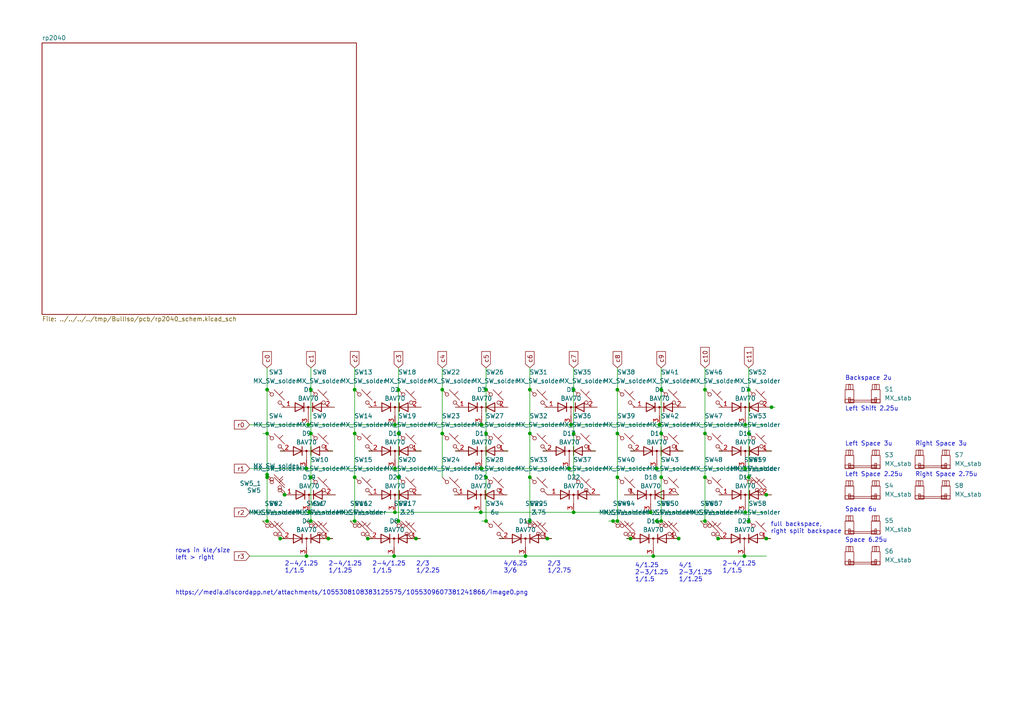
<source format=kicad_sch>
(kicad_sch (version 20230121) (generator eeschema)
  (paper "A4")
  (lib_symbols
    (symbol "Diode:BAV70" (pin_names (offset 0.762) hide)
      (property "Reference" "D" (at 0.635 -2.54 0))
      (property "Value" "BAV70" (at 0 2.54 0))
      (symbol "BAV70_0_1"
        (polyline (pts (xy -3.81 0) (xy 3.81 0)))
        (polyline (pts (xy 0 0) (xy 0 -2.54)))
        (polyline (pts (xy -1.27 -1.27) (xy -1.27 1.27) (xy -1.27 1.27)) (stroke (width 0.254)))
        (polyline (pts (xy 1.27 -1.27) (xy 1.27 1.27) (xy 1.27 1.27)) (stroke (width 0.254)))
        (polyline (pts (xy -3.81 1.27) (xy -1.27 0) (xy -3.81 -1.27) (xy -3.81 1.27) (xy -3.81 1.27) (xy -3.81 1.27)) (stroke (width 0.254)))
        (polyline (pts (xy 3.81 -1.27) (xy 1.27 0) (xy 3.81 1.27) (xy 3.81 -1.27) (xy 3.81 -1.27) (xy 3.81 -1.27)) (stroke (width 0.254)))
        (circle (center 0 0) (radius 0.254) (fill (type outline)))
        (pin passive line (at -7.62 0 0) (length 3.81) (name "A") (number "1"))
        (pin passive line (at 7.62 0 180) (length 3.81) (name "A") (number "2"))
        (pin passive line (at 0 -5.08 90) (length 2.54) (name "K") (number "3"))
      )
    )
    (symbol "marbastlib-mx:MX_SW_solder" (pin_numbers hide) (pin_names (offset 1.016) hide)
      (property "Reference" "SW" (at 3.048 1.016 0))
      (property "Value" "MX_SW_solder" (at 0 -3.81 0))
      (symbol "MX_SW_solder_0_1"
        (circle (center -1.1684 1.1684) (radius 0.508))
        (polyline (pts (xy -0.508 2.54) (xy 2.54 -0.508)))
        (polyline (pts (xy 1.016 1.016) (xy 2.032 2.032)))
        (polyline (pts (xy -2.54 2.54) (xy -1.524 1.524) (xy -1.524 1.524)))
        (polyline (pts (xy 1.524 -1.524) (xy 2.54 -2.54) (xy 2.54 -2.54) (xy 2.54 -2.54)))
        (circle (center 1.143 -1.1938) (radius 0.508))
        (pin passive line (at -2.54 2.54 0) (length 0) (name "1") (number "1"))
        (pin passive line (at 2.54 -2.54 180) (length 0) (name "2") (number "2"))
      )
    )
    (symbol "marbastlib-mx:MX_stab" (pin_names (offset 1.016))
      (property "Reference" "S" (at -5.08 6.35 0))
      (property "Value" "MX_stab" (at -5.08 3.81 0))
      (symbol "MX_stab_0_1"
        (rectangle (start -5.08 -1.524) (end -2.54 -2.54))
        (rectangle (start -5.08 1.27) (end -2.54 -2.54))
        (rectangle (start -4.826 2.794) (end -2.794 1.27))
        (rectangle (start -4.064 -2.286) (end -3.556 -1.016))
        (rectangle (start -4.064 -1.778) (end 4.064 -2.286))
        (rectangle (start -4.064 1.27) (end -3.556 2.794))
        (rectangle (start 2.54 -1.524) (end 5.08 -2.54))
        (rectangle (start 2.54 1.27) (end 5.08 -2.54))
        (rectangle (start 2.794 2.794) (end 4.826 1.27))
        (rectangle (start 3.556 1.27) (end 4.064 2.794))
        (rectangle (start 4.064 -2.286) (end 3.556 -1.016))
      )
    )
  )
  (junction (at 82.55 143.51))
  (junction (at 165.608 123.19))
  (junction (at 191.77 125.73))
  (junction (at 217.17 113.03))
  (junction (at 158.75 156.21))
  (junction (at 140.97 113.03))
  (junction (at 196.85 156.21))
  (junction (at 204.47 113.03))
  (junction (at 114.3 161.29))
  (junction (at 222.25 156.21))
  (junction (at 102.87 138.43))
  (junction (at 182.88 156.21))
  (junction (at 179.07 125.73))
  (junction (at 88.9 161.29))
  (junction (at 90.17 138.43))
  (junction (at 166.37 113.03))
  (junction (at 217.17 151.13))
  (junction (at 89.662 148.59))
  (junction (at 216.154 123.19))
  (junction (at 139.7 123.19))
  (junction (at 115.57 151.13))
  (junction (at 179.07 138.43))
  (junction (at 139.446 148.59))
  (junction (at 140.97 138.43))
  (junction (at 204.47 138.43))
  (junction (at 81.28 156.21))
  (junction (at 191.77 113.03))
  (junction (at 179.07 113.03))
  (junction (at 115.57 138.43))
  (junction (at 153.67 151.13))
  (junction (at 114.554 123.19))
  (junction (at 114.554 148.59))
  (junction (at 191.77 151.13))
  (junction (at 191.77 138.43))
  (junction (at 115.57 125.73))
  (junction (at 217.17 125.73))
  (junction (at 217.17 138.43))
  (junction (at 114.554 135.89))
  (junction (at 106.68 156.21))
  (junction (at 177.8 151.13))
  (junction (at 216.154 135.89))
  (junction (at 128.27 113.03))
  (junction (at 139.7 135.89))
  (junction (at 102.87 125.73))
  (junction (at 128.27 125.73))
  (junction (at 152.4 161.29))
  (junction (at 153.67 113.03))
  (junction (at 215.9 161.29))
  (junction (at 204.47 151.13))
  (junction (at 188.722 148.59))
  (junction (at 179.07 151.13))
  (junction (at 120.65 156.21))
  (junction (at 77.47 137.668))
  (junction (at 140.97 151.13))
  (junction (at 90.17 113.03))
  (junction (at 102.87 151.13))
  (junction (at 102.87 113.03))
  (junction (at 77.47 138.43))
  (junction (at 204.47 125.73))
  (junction (at 153.67 125.73))
  (junction (at 190.5 151.13))
  (junction (at 153.67 138.43))
  (junction (at 191.262 123.19))
  (junction (at 208.28 156.21))
  (junction (at 140.97 125.73))
  (junction (at 90.17 125.73))
  (junction (at 223.774 118.11))
  (junction (at 90.17 151.13))
  (junction (at 89.408 123.19))
  (junction (at 190.5 135.89))
  (junction (at 77.47 151.13))
  (junction (at 189.484 161.29))
  (junction (at 166.37 125.73))
  (junction (at 95.25 156.21))
  (junction (at 166.37 148.59))
  (junction (at 115.57 113.03))
  (junction (at 88.9 135.89))
  (junction (at 165.1 135.89))
  (junction (at 77.47 125.73))
  (junction (at 216.154 148.59))
  (junction (at 77.47 113.03))
  (junction (at 222.25 143.51))
  (wire (pts (xy 208.28 156.21) (xy 209.55 156.21)))
  (wire (pts (xy 157.48 130.81) (xy 158.75 130.81)))
  (wire (pts (xy 222.25 143.51) (xy 223.774 143.51)))
  (wire (pts (xy 106.934 130.81) (xy 107.95 130.81)))
  (wire (pts (xy 146.05 143.51) (xy 147.066 143.51)))
  (wire (pts (xy 196.85 156.21) (xy 197.104 156.21)))
  (wire (pts (xy 95.25 130.81) (xy 96.52 130.81)))
  (wire (pts (xy 208.534 118.11) (xy 209.55 118.11)))
  (wire (pts (xy 215.9 161.29) (xy 222.25 161.29)))
  (wire (pts (xy 153.67 113.03) (xy 153.67 125.73)))
  (wire (pts (xy 165.608 123.19) (xy 191.262 123.19)))
  (wire (pts (xy 204.47 138.43) (xy 204.47 151.13)))
  (wire (pts (xy 157.988 118.11) (xy 158.75 118.11)))
  (wire (pts (xy 215.9 151.13) (xy 217.17 151.13)))
  (wire (pts (xy 166.37 106.68) (xy 166.37 113.03)))
  (wire (pts (xy 220.98 143.51) (xy 222.25 143.51)))
  (wire (pts (xy 166.37 113.03) (xy 166.37 125.73)))
  (wire (pts (xy 139.446 148.59) (xy 166.37 148.59)))
  (wire (pts (xy 171.45 143.51) (xy 173.99 143.51)))
  (wire (pts (xy 165.1 135.89) (xy 190.5 135.89)))
  (wire (pts (xy 88.9 151.13) (xy 90.17 151.13)))
  (wire (pts (xy 203.2 151.13) (xy 204.47 151.13)))
  (wire (pts (xy 152.4 151.13) (xy 153.67 151.13)))
  (wire (pts (xy 146.05 130.81) (xy 147.32 130.81)))
  (wire (pts (xy 216.154 148.59) (xy 222.25 148.59)))
  (wire (pts (xy 189.484 161.29) (xy 215.9 161.29)))
  (wire (pts (xy 208.534 130.81) (xy 209.55 130.81)))
  (wire (pts (xy 204.47 106.68) (xy 204.47 113.03)))
  (wire (pts (xy 132.08 118.11) (xy 133.35 118.11)))
  (wire (pts (xy 189.23 151.13) (xy 190.5 151.13)))
  (wire (pts (xy 222.25 118.11) (xy 223.774 118.11)))
  (wire (pts (xy 188.722 148.59) (xy 216.154 148.59)))
  (wire (pts (xy 90.17 138.43) (xy 90.17 151.13)))
  (wire (pts (xy 90.17 106.68) (xy 90.17 113.03)))
  (wire (pts (xy 190.5 135.89) (xy 216.154 135.89)))
  (wire (pts (xy 114.554 135.89) (xy 139.7 135.89)))
  (wire (pts (xy 90.17 113.03) (xy 90.17 125.73)))
  (wire (pts (xy 114.3 151.13) (xy 115.57 151.13)))
  (wire (pts (xy 179.07 106.68) (xy 179.07 113.03)))
  (wire (pts (xy 120.65 130.81) (xy 122.174 130.81)))
  (wire (pts (xy 95.25 143.51) (xy 97.282 143.51)))
  (wire (pts (xy 77.47 138.43) (xy 77.47 151.13)))
  (wire (pts (xy 95.25 156.21) (xy 96.52 156.21)))
  (wire (pts (xy 204.47 125.73) (xy 204.47 138.43)))
  (wire (pts (xy 102.87 106.68) (xy 102.87 113.03)))
  (wire (pts (xy 158.75 156.21) (xy 160.02 156.21)))
  (wire (pts (xy 179.07 125.73) (xy 179.07 138.43)))
  (wire (pts (xy 114.3 161.29) (xy 152.4 161.29)))
  (wire (pts (xy 106.934 118.11) (xy 107.95 118.11)))
  (wire (pts (xy 106.934 143.51) (xy 107.95 143.51)))
  (wire (pts (xy 208.534 143.51) (xy 209.55 143.51)))
  (wire (pts (xy 128.27 125.73) (xy 128.27 138.43)))
  (wire (pts (xy 140.97 106.68) (xy 140.97 113.03)))
  (wire (pts (xy 216.154 135.89) (xy 222.25 135.89)))
  (wire (pts (xy 183.642 118.11) (xy 184.15 118.11)))
  (wire (pts (xy 88.9 135.89) (xy 114.554 135.89)))
  (wire (pts (xy 222.25 156.21) (xy 223.52 156.21)))
  (wire (pts (xy 171.45 130.81) (xy 172.72 130.81)))
  (wire (pts (xy 102.87 125.73) (xy 102.87 138.43)))
  (wire (pts (xy 102.87 138.43) (xy 102.87 151.13)))
  (wire (pts (xy 196.85 118.11) (xy 198.882 118.11)))
  (wire (pts (xy 89.408 123.19) (xy 114.554 123.19)))
  (wire (pts (xy 153.67 138.43) (xy 153.67 151.13)))
  (wire (pts (xy 81.28 156.21) (xy 82.55 156.21)))
  (wire (pts (xy 196.342 143.51) (xy 196.85 143.51)))
  (wire (pts (xy 217.17 138.43) (xy 217.17 151.13)))
  (wire (pts (xy 72.39 123.19) (xy 89.408 123.19)))
  (wire (pts (xy 157.48 156.21) (xy 158.75 156.21)))
  (wire (pts (xy 115.57 125.73) (xy 115.57 138.43)))
  (wire (pts (xy 128.27 113.03) (xy 128.27 125.73)))
  (wire (pts (xy 196.85 130.81) (xy 198.12 130.81)))
  (wire (pts (xy 102.87 113.03) (xy 102.87 125.73)))
  (wire (pts (xy 115.57 106.68) (xy 115.57 113.03)))
  (wire (pts (xy 88.9 161.29) (xy 114.3 161.29)))
  (wire (pts (xy 181.61 156.21) (xy 182.88 156.21)))
  (wire (pts (xy 115.57 113.03) (xy 115.57 125.73)))
  (wire (pts (xy 82.55 142.748) (xy 82.55 143.51)))
  (wire (pts (xy 72.39 135.89) (xy 88.9 135.89)))
  (wire (pts (xy 90.17 125.73) (xy 90.17 138.43)))
  (wire (pts (xy 139.7 151.13) (xy 140.97 151.13)))
  (wire (pts (xy 139.7 135.89) (xy 165.1 135.89)))
  (wire (pts (xy 114.554 148.59) (xy 139.446 148.59)))
  (wire (pts (xy 215.9 138.43) (xy 217.17 138.43)))
  (wire (pts (xy 182.88 156.21) (xy 184.15 156.21)))
  (wire (pts (xy 190.5 151.13) (xy 191.77 151.13)))
  (wire (pts (xy 217.17 125.73) (xy 217.17 138.43)))
  (wire (pts (xy 191.77 113.03) (xy 191.77 125.73)))
  (wire (pts (xy 89.662 148.59) (xy 114.554 148.59)))
  (wire (pts (xy 176.53 151.13) (xy 177.8 151.13)))
  (wire (pts (xy 182.88 130.81) (xy 184.15 130.81)))
  (wire (pts (xy 171.45 118.11) (xy 173.228 118.11)))
  (wire (pts (xy 140.97 113.03) (xy 140.97 125.73)))
  (wire (pts (xy 95.25 118.11) (xy 97.028 118.11)))
  (wire (pts (xy 114.554 123.19) (xy 139.7 123.19)))
  (wire (pts (xy 81.28 130.81) (xy 82.55 130.81)))
  (wire (pts (xy 191.262 123.19) (xy 216.154 123.19)))
  (wire (pts (xy 216.154 123.19) (xy 222.25 123.19)))
  (wire (pts (xy 101.6 151.13) (xy 102.87 151.13)))
  (wire (pts (xy 81.788 118.11) (xy 82.55 118.11)))
  (wire (pts (xy 139.7 123.19) (xy 165.608 123.19)))
  (wire (pts (xy 72.39 161.29) (xy 88.9 161.29)))
  (wire (pts (xy 128.27 106.68) (xy 128.27 113.03)))
  (wire (pts (xy 72.39 148.59) (xy 89.662 148.59)))
  (wire (pts (xy 204.47 113.03) (xy 204.47 125.73)))
  (wire (pts (xy 82.042 143.51) (xy 82.55 143.51)))
  (wire (pts (xy 195.58 156.21) (xy 196.85 156.21)))
  (wire (pts (xy 120.65 156.21) (xy 121.92 156.21)))
  (wire (pts (xy 179.07 138.43) (xy 179.07 151.13)))
  (wire (pts (xy 106.68 156.21) (xy 107.95 156.21)))
  (wire (pts (xy 132.08 130.81) (xy 133.35 130.81)))
  (wire (pts (xy 140.97 125.73) (xy 140.97 138.43)))
  (wire (pts (xy 191.77 138.43) (xy 191.77 151.13)))
  (wire (pts (xy 223.774 118.11) (xy 224.79 118.11)))
  (wire (pts (xy 153.67 106.68) (xy 153.67 113.03)))
  (wire (pts (xy 93.98 156.21) (xy 95.25 156.21)))
  (wire (pts (xy 217.17 113.03) (xy 217.17 125.73)))
  (wire (pts (xy 166.37 148.59) (xy 188.722 148.59)))
  (wire (pts (xy 166.37 125.73) (xy 166.37 138.43)))
  (wire (pts (xy 191.77 125.73) (xy 191.77 138.43)))
  (wire (pts (xy 140.97 138.43) (xy 140.97 151.13)))
  (wire (pts (xy 177.8 151.13) (xy 179.07 151.13)))
  (wire (pts (xy 119.38 156.21) (xy 120.65 156.21)))
  (wire (pts (xy 146.05 118.11) (xy 147.32 118.11)))
  (wire (pts (xy 222.25 130.81) (xy 223.774 130.81)))
  (wire (pts (xy 120.65 143.51) (xy 122.174 143.51)))
  (wire (pts (xy 76.2 151.13) (xy 77.47 151.13)))
  (wire (pts (xy 181.102 143.51) (xy 184.15 143.51)))
  (wire (pts (xy 131.826 143.51) (xy 133.35 143.51)))
  (wire (pts (xy 120.65 118.11) (xy 122.174 118.11)))
  (wire (pts (xy 191.77 106.68) (xy 191.77 113.03)))
  (wire (pts (xy 217.17 106.68) (xy 217.17 113.03)))
  (wire (pts (xy 77.47 137.668) (xy 77.47 138.43)))
  (wire (pts (xy 115.57 138.43) (xy 115.57 151.13)))
  (wire (pts (xy 77.47 125.73) (xy 77.47 137.668)))
  (wire (pts (xy 152.4 161.29) (xy 189.484 161.29)))
  (wire (pts (xy 77.47 113.03) (xy 77.47 125.73)))
  (wire (pts (xy 144.78 156.21) (xy 146.05 156.21)))
  (wire (pts (xy 153.67 125.73) (xy 153.67 138.43)))
  (wire (pts (xy 179.07 113.03) (xy 179.07 125.73)))
  (wire (pts (xy 76.2 125.73) (xy 77.47 125.73)))
  (wire (pts (xy 220.98 156.21) (xy 222.25 156.21)))
  (wire (pts (xy 77.47 106.68) (xy 77.47 113.03)))
  (text "Backspace 2u\n" (at 245.11 110.49 0) (effects (font (size 1.27 1.27)) (justify left bottom)))
  (text "https://media.discordapp.net/attachments/1055308108383125575/1055309607381241866/image0.png" (at 50.8 172.72 0) (effects (font (size 1.27 1.27)) (justify left bottom)))
  (text "2-4/1.25\n1/1.5" (at 209.55 166.37 0) (effects (font (size 1.27 1.27)) (justify left bottom)))
  (text "Left Space 3u" (at 245.11 129.54 0) (effects (font (size 1.27 1.27)) (justify left bottom)))
  (text "2-4/1.25\n1/1.5" (at 107.95 166.37 0) (effects (font (size 1.27 1.27)) (justify left bottom)))
  (text "4/1.25\n2-3/1.25\n1/1.5" (at 184.15 168.91 0) (effects (font (size 1.27 1.27)) (justify left bottom)))
  (text "full backspace, \nright split backspace" (at 223.52 154.94 0) (effects (font (size 1.27 1.27)) (justify left bottom)))
  (text "2-4/1.25\n1/1.25" (at 95.25 166.37 0) (effects (font (size 1.27 1.27)) (justify left bottom)))
  (text "2/3\n1/2.75" (at 158.75 166.37 0) (effects (font (size 1.27 1.27)) (justify left bottom)))
  (text "rows in kle/size\nleft > right" (at 50.8 162.56 0) (effects (font (size 1.27 1.27)) (justify left bottom)))
  (text "Right Space 3u\n" (at 265.43 129.54 0) (effects (font (size 1.27 1.27)) (justify left bottom)))
  (text "Space 6.25u" (at 245.11 157.48 0) (effects (font (size 1.27 1.27)) (justify left bottom)))
  (text "2/3\n1/2.25" (at 120.65 166.37 0) (effects (font (size 1.27 1.27)) (justify left bottom)))
  (text "4/1\n2-3/1.25\n1/1.25" (at 196.85 168.91 0) (effects (font (size 1.27 1.27)) (justify left bottom)))
  (text "Space 6u" (at 245.11 148.59 0) (effects (font (size 1.27 1.27)) (justify left bottom)))
  (text "Left Shift 2.25u\n" (at 245.11 119.38 0) (effects (font (size 1.27 1.27)) (justify left bottom)))
  (text "4/6.25\n3/6\n" (at 146.05 166.37 0) (effects (font (size 1.27 1.27)) (justify left bottom)))
  (text "2-4/1.25\n1/1.5" (at 82.55 166.37 0) (effects (font (size 1.27 1.27)) (justify left bottom)))
  (text "Right Space 2.75u\n" (at 265.43 138.43 0) (effects (font (size 1.27 1.27)) (justify left bottom)))
  (text "Left Space 2.25u\n" (at 245.11 138.43 0) (effects (font (size 1.27 1.27)) (justify left bottom)))
  (global_label "c7" (shape input) (at 166.37 106.68 90) (property "Intersheetrefs" "${INTERSHEET_REFS}" (effects hide)))
  (global_label "r1" (shape input) (at 72.39 135.89 180) (property "Intersheetrefs" "${INTERSHEET_REFS}" (effects hide)))
  (global_label "c1" (shape input) (at 90.17 106.68 90) (property "Intersheetrefs" "${INTERSHEET_REFS}" (effects hide)))
  (global_label "c0" (shape input) (at 77.47 106.68 90) (property "Intersheetrefs" "${INTERSHEET_REFS}" (effects hide)))
  (global_label "r2" (shape input) (at 72.39 148.59 180) (property "Intersheetrefs" "${INTERSHEET_REFS}" (effects hide)))
  (global_label "c3" (shape input) (at 115.57 106.68 90) (property "Intersheetrefs" "${INTERSHEET_REFS}" (effects hide)))
  (global_label "c10" (shape input) (at 204.47 106.68 90) (property "Intersheetrefs" "${INTERSHEET_REFS}" (effects hide)))
  (global_label "c2" (shape input) (at 102.87 106.68 90) (property "Intersheetrefs" "${INTERSHEET_REFS}" (effects hide)))
  (global_label "r3" (shape input) (at 72.39 161.29 180) (property "Intersheetrefs" "${INTERSHEET_REFS}" (effects hide)))
  (global_label "c11" (shape input) (at 217.17 106.68 90) (property "Intersheetrefs" "${INTERSHEET_REFS}" (effects hide)))
  (global_label "c4" (shape input) (at 128.27 106.68 90) (property "Intersheetrefs" "${INTERSHEET_REFS}" (effects hide)))
  (global_label "c9" (shape input) (at 191.77 106.68 90) (property "Intersheetrefs" "${INTERSHEET_REFS}" (effects hide)))
  (global_label "c5" (shape input) (at 140.97 106.68 90) (property "Intersheetrefs" "${INTERSHEET_REFS}" (effects hide)))
  (global_label "c8" (shape input) (at 179.07 106.68 90) (property "Intersheetrefs" "${INTERSHEET_REFS}" (effects hide)))
  (global_label "c6" (shape input) (at 153.67 106.68 90) (property "Intersheetrefs" "${INTERSHEET_REFS}" (effects hide)))
  (global_label "r0" (shape input) (at 72.39 123.19 180) (property "Intersheetrefs" "${INTERSHEET_REFS}" (effects hide)))
  (symbol (lib_id "Diode:BAV70") (at 89.408 118.11 0) (unit 1)
    (property "Reference" "D1" (at 89.408 113.03 0))
    (property "Value" "BAV70" (at 89.408 115.57 0))
    (property "Footprint" "Package_TO_SOT_SMD:SOT-23" (effects hide))
    (property "Datasheet" "https://assets.nexperia.com/documents/data-sheet/BAV70_SER.pdf" (effects hide))
    (property "LCSC" "C68978" (effects hide))
  )
  (symbol (lib_id "marbastlib-mx:MX_SW_solder") (at 92.71 153.67 0) (unit 1)
    (property "Reference" "SW7" (at 92.71 146.05 0))
    (property "Value" "MX_SW_solder" (at 92.71 148.59 0))
    (property "Footprint" "marbastlib-mx:SW_MX_1u" (effects hide))
  )
  (symbol (lib_id "marbastlib-mx:MX_stab") (at 270.51 133.35 0) (unit 1)
    (property "Reference" "S7" (at 276.86 131.9529 0) (effects (justify left)))
    (property "Value" "MX_stab" (at 276.86 134.4929 0) (effects (justify left)))
    (property "Footprint" "marbastlib-mx:STAB_MX_P_3u" (effects hide))
  )
  (symbol (lib_id "marbastlib-mx:MX_SW_solder") (at 92.71 140.97 0) (unit 1)
    (property "Reference" "SW10" (at 92.71 133.35 0))
    (property "Value" "MX_SW_solder" (at 92.71 135.89 0))
    (property "Footprint" "marbastlib-mx:SW_MX_1u" (effects hide))
  )
  (symbol (lib_id "Diode:BAV70") (at 89.662 143.51 0) (unit 1)
    (property "Reference" "D19" (at 89.662 138.43 0))
    (property "Value" "BAV70" (at 89.662 140.97 0))
    (property "Footprint" "Package_TO_SOT_SMD:SOT-23" (effects hide))
    (property "Datasheet" "https://assets.nexperia.com/documents/data-sheet/BAV70_SER.pdf" (effects hide))
    (property "LCSC" "C68978" (effects hide))
  )
  (symbol (lib_id "Diode:BAV70") (at 188.722 143.51 0) (unit 1)
    (property "Reference" "D18" (at 188.722 138.43 0))
    (property "Value" "BAV70" (at 188.722 140.97 0))
    (property "Footprint" "Package_TO_SOT_SMD:SOT-23" (effects hide))
    (property "Datasheet" "https://assets.nexperia.com/documents/data-sheet/BAV70_SER.pdf" (effects hide))
    (property "LCSC" "C68978" (effects hide))
  )
  (symbol (lib_id "marbastlib-mx:MX_SW_solder") (at 80.01 140.208 0) (unit 1)
    (property "Reference" "SW5_1" (at 72.644 140.208 0))
    (property "Value" "MX_SW_solder" (at 80.01 135.128 0))
    (property "Footprint" "marbastlib-mx:SW_MX_1u" (effects hide))
  )
  (symbol (lib_id "marbastlib-mx:MX_SW_solder") (at 80.01 115.57 0) (unit 1)
    (property "Reference" "SW3" (at 80.01 107.95 0))
    (property "Value" "MX_SW_solder" (at 80.01 110.49 0))
    (property "Footprint" "marbastlib-mx:SW_MX_1u" (effects hide))
  )
  (symbol (lib_id "marbastlib-mx:MX_SW_solder") (at 218.44 140.97 0) (unit 1)
    (property "Reference" "SW61" (at 218.44 133.35 0))
    (property "Value" "MX_SW_solder" (at 218.44 135.89 0))
    (property "Footprint" "marbastlib-mx:SW_MX_1u" (effects hide))
  )
  (symbol (lib_id "marbastlib-mx:MX_SW_solder") (at 143.51 115.57 0) (unit 1)
    (property "Reference" "SW26" (at 143.51 107.95 0))
    (property "Value" "MX_SW_solder" (at 143.51 110.49 0))
    (property "Footprint" "marbastlib-mx:SW_MX_1u" (effects hide))
  )
  (symbol (lib_id "Diode:BAV70") (at 165.608 118.11 0) (unit 1)
    (property "Reference" "D5" (at 165.608 113.03 0))
    (property "Value" "BAV70" (at 165.608 115.57 0))
    (property "Footprint" "Package_TO_SOT_SMD:SOT-23" (effects hide))
    (property "Datasheet" "https://assets.nexperia.com/documents/data-sheet/BAV70_SER.pdf" (effects hide))
    (property "LCSC" "C68978" (effects hide))
  )
  (symbol (lib_id "marbastlib-mx:MX_stab") (at 250.19 114.3 0) (unit 1)
    (property "Reference" "S1" (at 256.54 112.9029 0) (effects (justify left)))
    (property "Value" "MX_stab" (at 256.54 115.4429 0) (effects (justify left)))
    (property "Footprint" "marbastlib-mx:STAB_MX_P_2u" (effects hide))
  )
  (symbol (lib_id "marbastlib-mx:MX_SW_solder") (at 194.31 128.27 0) (unit 1)
    (property "Reference" "SW42" (at 194.31 120.65 0))
    (property "Value" "MX_SW_solder" (at 194.31 123.19 0))
    (property "Footprint" "marbastlib-mx:SW_MX_1u" (effects hide))
  )
  (symbol (lib_id "marbastlib-mx:MX_SW_solder") (at 105.41 115.57 0) (unit 1)
    (property "Reference" "SW13" (at 105.41 107.95 0))
    (property "Value" "MX_SW_solder" (at 105.41 110.49 0))
    (property "Footprint" "marbastlib-mx:SW_MX_1u" (effects hide))
  )
  (symbol (lib_id "Diode:BAV70") (at 191.262 118.11 0) (unit 1)
    (property "Reference" "D6" (at 191.262 113.03 0))
    (property "Value" "BAV70" (at 191.262 115.57 0))
    (property "Footprint" "Package_TO_SOT_SMD:SOT-23" (effects hide))
    (property "Datasheet" "https://assets.nexperia.com/documents/data-sheet/BAV70_SER.pdf" (effects hide))
    (property "LCSC" "C68978" (effects hide))
  )
  (symbol (lib_id "marbastlib-mx:MX_SW_solder") (at 181.61 140.97 0) (unit 1)
    (property "Reference" "SW40" (at 181.61 133.35 0))
    (property "Value" "MX_SW_solder" (at 181.61 135.89 0))
    (property "Footprint" "marbastlib-mx:SW_MX_1u" (effects hide))
  )
  (symbol (lib_id "marbastlib-mx:MX_SW_solder") (at 80.01 128.27 0) (unit 1)
    (property "Reference" "SW4" (at 80.01 120.65 0))
    (property "Value" "MX_SW_solder" (at 80.01 123.19 0))
    (property "Footprint" "marbastlib-mx:SW_MX_1u" (effects hide))
  )
  (symbol (lib_id "marbastlib-mx:MX_SW_solder") (at 105.41 128.27 0) (unit 1)
    (property "Reference" "SW14" (at 105.41 120.65 0))
    (property "Value" "MX_SW_solder" (at 105.41 123.19 0))
    (property "Footprint" "marbastlib-mx:SW_MX_1u" (effects hide))
  )
  (symbol (lib_id "Diode:BAV70") (at 114.554 130.81 0) (mirror y) (unit 1)
    (property "Reference" "D10" (at 114.554 125.73 0))
    (property "Value" "BAV70" (at 114.554 128.27 0))
    (property "Footprint" "Package_TO_SOT_SMD:SOT-23" (effects hide))
    (property "Datasheet" "https://assets.nexperia.com/documents/data-sheet/BAV70_SER.pdf" (effects hide))
    (property "LCSC" "C68978" (effects hide))
  )
  (symbol (lib_id "Diode:BAV70") (at 114.3 156.21 0) (mirror y) (unit 1)
    (property "Reference" "D8" (at 114.3 151.13 0))
    (property "Value" "BAV70" (at 114.3 153.67 0))
    (property "Footprint" "Package_TO_SOT_SMD:SOT-23" (effects hide))
    (property "Datasheet" "https://assets.nexperia.com/documents/data-sheet/BAV70_SER.pdf" (effects hide))
    (property "LCSC" "C68978" (effects hide))
  )
  (symbol (lib_id "marbastlib-mx:MX_stab") (at 250.19 161.29 0) (unit 1)
    (property "Reference" "S6" (at 256.54 159.8929 0) (effects (justify left)))
    (property "Value" "MX_stab" (at 256.54 162.4329 0) (effects (justify left)))
    (property "Footprint" "marbastlib-mx:STAB_MX_6.25u" (effects hide))
  )
  (symbol (lib_id "marbastlib-mx:MX_SW_solder") (at 180.34 153.67 0) (unit 1)
    (property "Reference" "SW49" (at 180.34 146.05 0))
    (property "Value" "MX_SW_solder" (at 180.34 148.59 0))
    (property "Footprint" "marbastlib-mx:SW_MX_1u" (effects hide))
  )
  (symbol (lib_id "Diode:BAV70") (at 139.7 118.11 0) (unit 1)
    (property "Reference" "D3" (at 139.7 113.03 0))
    (property "Value" "BAV70" (at 139.7 115.57 0))
    (property "Footprint" "Package_TO_SOT_SMD:SOT-23" (effects hide))
    (property "Datasheet" "https://assets.nexperia.com/documents/data-sheet/BAV70_SER.pdf" (effects hide))
    (property "LCSC" "C68978" (effects hide))
  )
  (symbol (lib_id "marbastlib-mx:MX_SW_solder") (at 78.74 153.67 0) (unit 1)
    (property "Reference" "SW6" (at 78.74 146.05 0))
    (property "Value" "MX_SW_solder" (at 78.74 148.59 0))
    (property "Footprint" "marbastlib-mx:SW_MX_1u" (effects hide))
  )
  (symbol (lib_id "marbastlib-mx:MX_SW_solder") (at 130.81 115.57 0) (unit 1)
    (property "Reference" "SW22" (at 130.81 107.95 0))
    (property "Value" "MX_SW_solder" (at 130.81 110.49 0))
    (property "Footprint" "marbastlib-mx:SW_MX_1u" (effects hide))
  )
  (symbol (lib_id "Diode:BAV70") (at 88.9 130.81 0) (mirror y) (unit 1)
    (property "Reference" "D9" (at 88.9 125.73 0))
    (property "Value" "BAV70" (at 88.9 128.27 0))
    (property "Footprint" "Package_TO_SOT_SMD:SOT-23" (effects hide))
    (property "Datasheet" "https://assets.nexperia.com/documents/data-sheet/BAV70_SER.pdf" (effects hide))
    (property "LCSC" "C68978" (effects hide))
  )
  (symbol (lib_id "marbastlib-mx:MX_SW_solder") (at 219.71 128.27 0) (unit 1)
    (property "Reference" "SW53" (at 219.71 120.65 0))
    (property "Value" "MX_SW_solder" (at 219.71 123.19 0))
    (property "Footprint" "marbastlib-mx:SW_MX_1u" (effects hide))
  )
  (symbol (lib_id "Diode:BAV70") (at 166.37 143.51 0) (unit 1)
    (property "Reference" "D22" (at 166.37 138.43 0))
    (property "Value" "BAV70" (at 166.37 140.97 0))
    (property "Footprint" "Package_TO_SOT_SMD:SOT-23" (effects hide))
    (property "Datasheet" "https://assets.nexperia.com/documents/data-sheet/BAV70_SER.pdf" (effects hide))
    (property "LCSC" "C68978" (effects hide))
  )
  (symbol (lib_id "marbastlib-mx:MX_SW_solder") (at 118.11 115.57 0) (unit 1)
    (property "Reference" "SW18" (at 118.11 107.95 0))
    (property "Value" "MX_SW_solder" (at 118.11 110.49 0))
    (property "Footprint" "marbastlib-mx:SW_MX_1u" (effects hide))
  )
  (symbol (lib_id "marbastlib-mx:MX_SW_solder") (at 105.41 153.67 0) (unit 1)
    (property "Reference" "SW12" (at 105.41 146.05 0))
    (property "Value" "MX_SW_solder" (at 105.41 148.59 0))
    (property "Footprint" "marbastlib-mx:SW_MX_1u" (effects hide))
  )
  (symbol (lib_id "marbastlib-mx:MX_SW_solder") (at 80.01 153.67 0) (unit 1)
    (property "Reference" "SW2" (at 80.01 146.05 0))
    (property "Value" "MX_SW_solder" (at 80.01 148.59 0))
    (property "Footprint" "marbastlib-mx:SW_MX_1u" (effects hide))
  )
  (symbol (lib_id "marbastlib-mx:MX_SW_solder") (at 116.84 153.67 0) (unit 1)
    (property "Reference" "SW21" (at 116.84 146.05 0))
    (property "Value" "3" (at 116.84 148.59 0))
    (property "Footprint" "marbastlib-mx:SW_MX_1u" (effects hide))
  )
  (symbol (lib_id "marbastlib-mx:MX_SW_solder") (at 143.51 140.97 0) (unit 1)
    (property "Reference" "SW28" (at 143.51 133.35 0))
    (property "Value" "MX_SW_solder" (at 143.51 135.89 0))
    (property "Footprint" "marbastlib-mx:SW_MX_1u" (effects hide))
  )
  (symbol (lib_id "marbastlib-mx:MX_SW_solder") (at 92.71 128.27 0) (unit 1)
    (property "Reference" "SW9" (at 92.71 120.65 0))
    (property "Value" "MX_SW_solder" (at 92.71 123.19 0))
    (property "Footprint" "marbastlib-mx:SW_MX_1u" (effects hide))
  )
  (symbol (lib_id "marbastlib-mx:MX_SW_solder") (at 118.11 140.97 0) (unit 1)
    (property "Reference" "SW20" (at 118.11 133.35 0))
    (property "Value" "MX_SW_solder" (at 118.11 135.89 0))
    (property "Footprint" "marbastlib-mx:SW_MX_1u" (effects hide))
  )
  (symbol (lib_id "Diode:BAV70") (at 114.554 118.11 0) (unit 1)
    (property "Reference" "D2" (at 114.554 113.03 0))
    (property "Value" "BAV70" (at 114.554 115.57 0))
    (property "Footprint" "Package_TO_SOT_SMD:SOT-23" (effects hide))
    (property "Datasheet" "https://assets.nexperia.com/documents/data-sheet/BAV70_SER.pdf" (effects hide))
    (property "LCSC" "C68978" (effects hide))
  )
  (symbol (lib_id "marbastlib-mx:MX_SW_solder") (at 156.21 115.57 0) (unit 1)
    (property "Reference" "SW31" (at 156.21 107.95 0))
    (property "Value" "MX_SW_solder" (at 156.21 110.49 0))
    (property "Footprint" "marbastlib-mx:SW_MX_1u" (effects hide))
  )
  (symbol (lib_id "marbastlib-mx:MX_SW_solder") (at 207.01 115.57 0) (unit 1)
    (property "Reference" "SW46" (at 207.01 107.95 0))
    (property "Value" "MX_SW_solder" (at 207.01 110.49 0))
    (property "Footprint" "marbastlib-mx:SW_MX_1u" (effects hide))
  )
  (symbol (lib_id "marbastlib-mx:MX_SW_solder") (at 156.21 153.67 0) (unit 1)
    (property "Reference" "SW25" (at 156.21 146.05 0))
    (property "Value" "2.75" (at 156.21 148.59 0))
    (property "Footprint" "marbastlib-mx:SW_MX_1u" (effects hide))
  )
  (symbol (lib_id "marbastlib-mx:MX_SW_solder") (at 105.41 140.97 0) (unit 1)
    (property "Reference" "SW15" (at 105.41 133.35 0))
    (property "Value" "MX_SW_solder" (at 105.41 135.89 0))
    (property "Footprint" "marbastlib-mx:SW_MX_1u" (effects hide))
  )
  (symbol (lib_id "marbastlib-mx:MX_SW_solder") (at 219.71 140.97 0) (unit 1)
    (property "Reference" "SW59" (at 219.71 133.35 0))
    (property "Value" "MX_SW_solder" (at 219.71 135.89 0))
    (property "Footprint" "marbastlib-mx:SW_MX_1u" (effects hide))
  )
  (symbol (lib_id "Diode:BAV70") (at 216.154 143.51 0) (unit 1)
    (property "Reference" "D17" (at 216.154 138.43 0))
    (property "Value" "BAV70" (at 216.154 140.97 0))
    (property "Footprint" "Package_TO_SOT_SMD:SOT-23" (effects hide))
    (property "Datasheet" "https://assets.nexperia.com/documents/data-sheet/BAV70_SER.pdf" (effects hide))
    (property "LCSC" "C68978" (effects hide))
  )
  (symbol (lib_id "marbastlib-mx:MX_SW_solder") (at 219.71 115.57 0) (unit 1)
    (property "Reference" "SW52" (at 219.71 107.95 0))
    (property "Value" "MX_SW_solder" (at 219.71 110.49 0))
    (property "Footprint" "marbastlib-mx:SW_MX_1u" (effects hide))
  )
  (symbol (lib_id "Diode:BAV70") (at 215.9 156.21 0) (mirror y) (unit 1)
    (property "Reference" "D23" (at 215.9 151.13 0))
    (property "Value" "BAV70" (at 215.9 153.67 0))
    (property "Footprint" "Package_TO_SOT_SMD:SOT-23" (effects hide))
    (property "Datasheet" "https://assets.nexperia.com/documents/data-sheet/BAV70_SER.pdf" (effects hide))
    (property "LCSC" "C68978" (effects hide))
  )
  (symbol (lib_id "Diode:BAV70") (at 165.1 130.81 0) (mirror y) (unit 1)
    (property "Reference" "D13" (at 165.1 125.73 0))
    (property "Value" "BAV70" (at 165.1 128.27 0))
    (property "Footprint" "Package_TO_SOT_SMD:SOT-23" (effects hide))
    (property "Datasheet" "https://assets.nexperia.com/documents/data-sheet/BAV70_SER.pdf" (effects hide))
    (property "LCSC" "C68978" (effects hide))
  )
  (symbol (lib_id "marbastlib-mx:MX_SW_solder") (at 194.31 140.97 0) (unit 1)
    (property "Reference" "SW43" (at 194.31 133.35 0))
    (property "Value" "MX_SW_solder" (at 194.31 135.89 0))
    (property "Footprint" "marbastlib-mx:SW_MX_1u" (effects hide))
  )
  (symbol (lib_id "marbastlib-mx:MX_SW_solder") (at 207.01 128.27 0) (unit 1)
    (property "Reference" "SW47" (at 207.01 120.65 0))
    (property "Value" "MX_SW_solder" (at 207.01 123.19 0))
    (property "Footprint" "marbastlib-mx:SW_MX_1u" (effects hide))
  )
  (symbol (lib_id "marbastlib-mx:MX_SW_solder") (at 118.11 128.27 0) (unit 1)
    (property "Reference" "SW19" (at 118.11 120.65 0))
    (property "Value" "MX_SW_solder" (at 118.11 123.19 0))
    (property "Footprint" "marbastlib-mx:SW_MX_1u" (effects hide))
  )
  (symbol (lib_id "marbastlib-mx:MX_SW_solder") (at 130.81 128.27 0) (unit 1)
    (property "Reference" "SW23" (at 130.81 120.65 0))
    (property "Value" "MX_SW_solder" (at 130.81 123.19 0))
    (property "Footprint" "marbastlib-mx:SW_MX_1u" (effects hide))
  )
  (symbol (lib_id "Diode:BAV70") (at 139.7 130.81 0) (mirror y) (unit 1)
    (property "Reference" "D11" (at 139.7 125.73 0))
    (property "Value" "BAV70" (at 139.7 128.27 0))
    (property "Footprint" "Package_TO_SOT_SMD:SOT-23" (effects hide))
    (property "Datasheet" "https://assets.nexperia.com/documents/data-sheet/BAV70_SER.pdf" (effects hide))
    (property "LCSC" "C68978" (effects hide))
  )
  (symbol (lib_id "marbastlib-mx:MX_SW_solder") (at 207.01 140.97 0) (unit 1)
    (property "Reference" "SW48" (at 207.01 133.35 0))
    (property "Value" "MX_SW_solder" (at 207.01 135.89 0))
    (property "Footprint" "marbastlib-mx:SW_MX_1u" (effects hide))
  )
  (symbol (lib_id "marbastlib-mx:MX_SW_solder") (at 92.71 115.57 0) (unit 1)
    (property "Reference" "SW8" (at 92.71 107.95 0))
    (property "Value" "MX_SW_solder" (at 92.71 110.49 0))
    (property "Footprint" "marbastlib-mx:SW_MX_1u" (effects hide))
  )
  (symbol (lib_id "marbastlib-mx:MX_SW_solder") (at 154.94 153.67 0) (unit 1)
    (property "Reference" "SW29" (at 154.94 146.05 0))
    (property "Value" "3" (at 154.94 148.59 0))
    (property "Footprint" "marbastlib-mx:SW_MX_1u" (effects hide))
  )
  (symbol (lib_id "marbastlib-mx:MX_stab") (at 250.19 152.4 0) (unit 1)
    (property "Reference" "S5" (at 256.54 151.0029 0) (effects (justify left)))
    (property "Value" "MX_stab" (at 256.54 153.5429 0) (effects (justify left)))
    (property "Footprint" "marbastlib-mx:STAB_MX_6u" (effects hide))
  )
  (symbol (lib_id "marbastlib-mx:MX_SW_solder") (at 156.21 128.27 0) (unit 1)
    (property "Reference" "SW32" (at 156.21 120.65 0))
    (property "Value" "MX_SW_solder" (at 156.21 123.19 0))
    (property "Footprint" "marbastlib-mx:SW_MX_1u" (effects hide))
  )
  (symbol (lib_id "marbastlib-mx:MX_SW_solder") (at 156.21 140.97 0) (unit 1)
    (property "Reference" "SW33" (at 156.21 133.35 0))
    (property "Value" "MX_SW_solder" (at 156.21 135.89 0))
    (property "Footprint" "marbastlib-mx:SW_MX_1u" (effects hide))
  )
  (symbol (lib_id "marbastlib-mx:MX_stab") (at 270.51 142.24 0) (unit 1)
    (property "Reference" "S8" (at 276.86 140.8429 0) (effects (justify left)))
    (property "Value" "MX_stab" (at 276.86 143.3829 0) (effects (justify left)))
    (property "Footprint" "marbastlib-mx:STAB_MX_P_2.75u" (effects hide))
  )
  (symbol (lib_id "marbastlib-mx:MX_SW_solder") (at 181.61 115.57 0) (unit 1)
    (property "Reference" "SW38" (at 181.61 107.95 0))
    (property "Value" "MX_SW_solder" (at 181.61 110.49 0))
    (property "Footprint" "marbastlib-mx:SW_MX_1u" (effects hide))
  )
  (symbol (lib_id "marbastlib-mx:MX_SW_solder") (at 80.01 140.97 0) (unit 1)
    (property "Reference" "SW5" (at 73.66 142.24 0))
    (property "Value" "MX_SW_solder" (at 80.01 135.89 0))
    (property "Footprint" "marbastlib-mx:SW_MX_1u" (effects hide))
  )
  (symbol (lib_id "marbastlib-mx:MX_SW_solder") (at 181.61 128.27 0) (unit 1)
    (property "Reference" "SW39" (at 181.61 120.65 0))
    (property "Value" "MX_SW_solder" (at 181.61 123.19 0))
    (property "Footprint" "marbastlib-mx:SW_MX_1u" (effects hide))
  )
  (symbol (lib_id "Diode:BAV70") (at 189.484 156.21 0) (mirror y) (unit 1)
    (property "Reference" "D16" (at 189.484 151.13 0))
    (property "Value" "BAV70" (at 189.484 153.67 0))
    (property "Footprint" "Package_TO_SOT_SMD:SOT-23" (effects hide))
    (property "Datasheet" "https://assets.nexperia.com/documents/data-sheet/BAV70_SER.pdf" (effects hide))
    (property "LCSC" "C68978" (effects hide))
  )
  (symbol (lib_id "Diode:BAV70") (at 114.554 143.51 0) (unit 1)
    (property "Reference" "D20" (at 114.554 138.43 0))
    (property "Value" "BAV70" (at 114.554 140.97 0))
    (property "Footprint" "Package_TO_SOT_SMD:SOT-23" (effects hide))
    (property "Datasheet" "https://assets.nexperia.com/documents/data-sheet/BAV70_SER.pdf" (effects hide))
    (property "LCSC" "C68978" (effects hide))
  )
  (symbol (lib_id "Diode:BAV70") (at 88.9 156.21 0) (mirror y) (unit 1)
    (property "Reference" "D4" (at 88.9 151.13 0))
    (property "Value" "BAV70" (at 88.9 153.67 0))
    (property "Footprint" "Package_TO_SOT_SMD:SOT-23" (effects hide))
    (property "Datasheet" "https://assets.nexperia.com/documents/data-sheet/BAV70_SER.pdf" (effects hide))
    (property "LCSC" "C68978" (effects hide))
  )
  (symbol (lib_id "Diode:BAV70") (at 152.4 156.21 0) (mirror y) (unit 1)
    (property "Reference" "D12" (at 152.4 151.13 0))
    (property "Value" "BAV70" (at 152.4 153.67 0))
    (property "Footprint" "Package_TO_SOT_SMD:SOT-23" (effects hide))
    (property "Datasheet" "https://assets.nexperia.com/documents/data-sheet/BAV70_SER.pdf" (effects hide))
    (property "LCSC" "C68978" (effects hide))
  )
  (symbol (lib_id "marbastlib-mx:MX_SW_solder") (at 205.74 153.67 0) (unit 1)
    (property "Reference" "SW60" (at 205.74 146.05 0))
    (property "Value" "MX_SW_solder" (at 205.74 148.59 0))
    (property "Footprint" "marbastlib-mx:SW_MX_1u" (effects hide))
  )
  (symbol (lib_id "marbastlib-mx:MX_SW_solder") (at 181.61 153.67 0) (unit 1)
    (property "Reference" "SW44" (at 181.61 146.05 0))
    (property "Value" "MX_SW_solder" (at 181.61 148.59 0))
    (property "Footprint" "marbastlib-mx:SW_MX_1u" (effects hide))
  )
  (symbol (lib_id "marbastlib-mx:MX_SW_solder") (at 168.91 140.97 0) (unit 1)
    (property "Reference" "SW37" (at 168.91 133.35 0))
    (property "Value" "MX_SW_solder" (at 168.91 135.89 0))
    (property "Footprint" "marbastlib-mx:SW_MX_1u" (effects hide))
  )
  (symbol (lib_id "marbastlib-mx:MX_SW_solder") (at 91.44 153.67 0) (unit 1)
    (property "Reference" "SW11" (at 91.44 146.05 0))
    (property "Value" "MX_SW_solder" (at 91.44 148.59 0))
    (property "Footprint" "marbastlib-mx:SW_MX_1u" (effects hide))
  )
  (symbol (lib_id "marbastlib-mx:MX_SW_solder") (at 193.04 153.67 0) (unit 1)
    (property "Reference" "SW55" (at 193.04 146.05 0))
    (property "Value" "MX_SW_solder" (at 193.04 148.59 0))
    (property "Footprint" "marbastlib-mx:SW_MX_1u" (effects hide))
  )
  (symbol (lib_id "marbastlib-mx:MX_stab") (at 250.19 142.24 0) (unit 1)
    (property "Reference" "S4" (at 256.54 140.8429 0) (effects (justify left)))
    (property "Value" "MX_stab" (at 256.54 143.3829 0) (effects (justify left)))
    (property "Footprint" "marbastlib-mx:STAB_MX_P_2.25u" (effects hide))
  )
  (symbol (lib_id "Diode:BAV70") (at 216.154 130.81 0) (mirror y) (unit 1)
    (property "Reference" "D15" (at 216.154 125.73 0))
    (property "Value" "BAV70" (at 216.154 128.27 0))
    (property "Footprint" "Package_TO_SOT_SMD:SOT-23" (effects hide))
    (property "Datasheet" "https://assets.nexperia.com/documents/data-sheet/BAV70_SER.pdf" (effects hide))
    (property "LCSC" "C68978" (effects hide))
  )
  (symbol (lib_id "marbastlib-mx:MX_SW_solder") (at 143.51 128.27 0) (unit 1)
    (property "Reference" "SW27" (at 143.51 120.65 0))
    (property "Value" "MX_SW_solder" (at 143.51 123.19 0))
    (property "Footprint" "marbastlib-mx:SW_MX_1u" (effects hide))
  )
  (symbol (lib_id "marbastlib-mx:MX_SW_solder") (at 219.71 153.67 0) (unit 1)
    (property "Reference" "SW58" (at 219.71 146.05 0))
    (property "Value" "MX_SW_solder" (at 219.71 148.59 0))
    (property "Footprint" "marbastlib-mx:SW_MX_1u" (effects hide))
  )
  (symbol (lib_id "Diode:BAV70") (at 216.154 118.11 0) (unit 1)
    (property "Reference" "D7" (at 216.154 113.03 0))
    (property "Value" "BAV70" (at 216.154 115.57 0))
    (property "Footprint" "Package_TO_SOT_SMD:SOT-23" (effects hide))
    (property "Datasheet" "https://assets.nexperia.com/documents/data-sheet/BAV70_SER.pdf" (effects hide))
    (property "LCSC" "C68978" (effects hide))
  )
  (symbol (lib_id "marbastlib-mx:MX_SW_solder") (at 104.14 153.67 0) (unit 1)
    (property "Reference" "SW16" (at 104.14 146.05 0))
    (property "Value" "MX_SW_solder" (at 104.14 148.59 0))
    (property "Footprint" "marbastlib-mx:SW_MX_1u" (effects hide))
  )
  (symbol (lib_id "marbastlib-mx:MX_SW_solder") (at 143.51 153.67 0) (unit 1)
    (property "Reference" "SW34" (at 143.51 146.05 0))
    (property "Value" "6u" (at 143.51 148.59 0))
    (property "Footprint" "marbastlib-mx:SW_MX_1u" (effects hide))
  )
  (symbol (lib_id "Diode:BAV70") (at 190.5 130.81 0) (mirror y) (unit 1)
    (property "Reference" "D14" (at 190.5 125.73 0))
    (property "Value" "BAV70" (at 190.5 128.27 0))
    (property "Footprint" "Package_TO_SOT_SMD:SOT-23" (effects hide))
    (property "Datasheet" "https://assets.nexperia.com/documents/data-sheet/BAV70_SER.pdf" (effects hide))
    (property "LCSC" "C68978" (effects hide))
  )
  (symbol (lib_id "marbastlib-mx:MX_SW_solder") (at 130.81 140.97 0) (unit 1)
    (property "Reference" "SW24" (at 130.81 133.35 0))
    (property "Value" "MX_SW_solder" (at 130.81 135.89 0))
    (property "Footprint" "marbastlib-mx:SW_MX_1u" (effects hide))
  )
  (symbol (lib_id "Diode:BAV70") (at 139.446 143.51 0) (unit 1)
    (property "Reference" "D21" (at 139.446 138.43 0))
    (property "Value" "BAV70" (at 139.446 140.97 0))
    (property "Footprint" "Package_TO_SOT_SMD:SOT-23" (effects hide))
    (property "Datasheet" "https://assets.nexperia.com/documents/data-sheet/BAV70_SER.pdf" (effects hide))
    (property "LCSC" "C68978" (effects hide))
  )
  (symbol (lib_id "marbastlib-mx:MX_SW_solder") (at 194.31 153.67 0) (unit 1)
    (property "Reference" "SW50" (at 194.31 146.05 0))
    (property "Value" "MX_SW_solder" (at 194.31 148.59 0))
    (property "Footprint" "marbastlib-mx:SW_MX_1u" (effects hide))
  )
  (symbol (lib_id "marbastlib-mx:MX_stab") (at 250.19 133.35 0) (unit 1)
    (property "Reference" "S3" (at 256.54 131.9529 0) (effects (justify left)))
    (property "Value" "MX_stab" (at 256.54 134.4929 0) (effects (justify left)))
    (property "Footprint" "marbastlib-mx:STAB_MX_P_3u" (effects hide))
  )
  (symbol (lib_id "marbastlib-mx:MX_SW_solder") (at 168.91 115.57 0) (unit 1)
    (property "Reference" "SW35" (at 168.91 107.95 0))
    (property "Value" "MX_SW_solder" (at 168.91 110.49 0))
    (property "Footprint" "marbastlib-mx:SW_MX_1u" (effects hide))
  )
  (symbol (lib_id "marbastlib-mx:MX_SW_solder") (at 118.11 153.67 0) (unit 1)
    (property "Reference" "SW17" (at 118.11 146.05 0))
    (property "Value" "2.25" (at 118.11 148.59 0))
    (property "Footprint" "marbastlib-mx:SW_MX_1u" (effects hide))
  )
  (symbol (lib_id "marbastlib-mx:MX_SW_solder") (at 194.31 115.57 0) (unit 1)
    (property "Reference" "SW41" (at 194.31 107.95 0))
    (property "Value" "MX_SW_solder" (at 194.31 110.49 0))
    (property "Footprint" "marbastlib-mx:SW_MX_1u" (effects hide))
  )
  (symbol (lib_id "marbastlib-mx:MX_SW_solder") (at 168.91 128.27 0) (unit 1)
    (property "Reference" "SW36" (at 168.91 120.65 0))
    (property "Value" "MX_SW_solder" (at 168.91 123.19 0))
    (property "Footprint" "marbastlib-mx:SW_MX_1u" (effects hide))
  )
  (symbol (lib_id "marbastlib-mx:MX_SW_solder") (at 207.01 153.67 0) (unit 1)
    (property "Reference" "SW57" (at 207.01 146.05 0))
    (property "Value" "MX_SW_solder" (at 207.01 148.59 0))
    (property "Footprint" "marbastlib-mx:SW_MX_1u" (effects hide))
  )
  (sheet (at 12.192 12.446) (size 91.186 78.74) (stroke (width 0.1524))
    (property "Sheetname" "rp2040" (at 12.192 11.7344 0) (effects (justify left bottom)))
    (property "Sheetfile" "../../../../tmp/BullIso/pcb/rp2040_schem.kicad_sch" (at 12.192 91.7706 0) (effects (justify left top)))
  )
)
</source>
